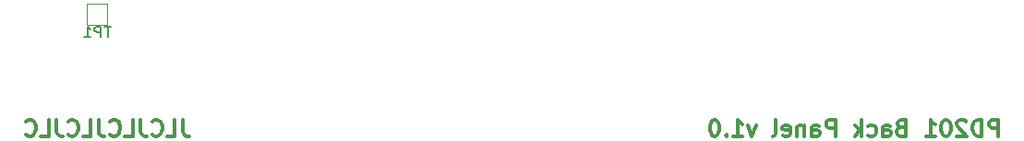
<source format=gbr>
%TF.GenerationSoftware,KiCad,Pcbnew,(6.0.11)*%
%TF.CreationDate,2023-08-23T19:51:56-07:00*%
%TF.ProjectId,miditwiddle-back,6d696469-7477-4696-9464-6c652d626163,rev?*%
%TF.SameCoordinates,PX9157080PY68799b0*%
%TF.FileFunction,Legend,Bot*%
%TF.FilePolarity,Positive*%
%FSLAX46Y46*%
G04 Gerber Fmt 4.6, Leading zero omitted, Abs format (unit mm)*
G04 Created by KiCad (PCBNEW (6.0.11)) date 2023-08-23 19:51:56*
%MOMM*%
%LPD*%
G01*
G04 APERTURE LIST*
%ADD10C,0.300000*%
%ADD11C,0.150000*%
%ADD12C,0.120000*%
G04 APERTURE END LIST*
D10*
X-30247143Y-1718571D02*
X-30247143Y-2790000D01*
X-30175715Y-3004285D01*
X-30032858Y-3147142D01*
X-29818572Y-3218571D01*
X-29675715Y-3218571D01*
X-31675715Y-3218571D02*
X-30961429Y-3218571D01*
X-30961429Y-1718571D01*
X-33032858Y-3075714D02*
X-32961429Y-3147142D01*
X-32747143Y-3218571D01*
X-32604286Y-3218571D01*
X-32390000Y-3147142D01*
X-32247143Y-3004285D01*
X-32175715Y-2861428D01*
X-32104286Y-2575714D01*
X-32104286Y-2361428D01*
X-32175715Y-2075714D01*
X-32247143Y-1932857D01*
X-32390000Y-1790000D01*
X-32604286Y-1718571D01*
X-32747143Y-1718571D01*
X-32961429Y-1790000D01*
X-33032858Y-1861428D01*
X-34104286Y-1718571D02*
X-34104286Y-2790000D01*
X-34032858Y-3004285D01*
X-33890000Y-3147142D01*
X-33675715Y-3218571D01*
X-33532858Y-3218571D01*
X-35532858Y-3218571D02*
X-34818572Y-3218571D01*
X-34818572Y-1718571D01*
X-36890000Y-3075714D02*
X-36818572Y-3147142D01*
X-36604286Y-3218571D01*
X-36461429Y-3218571D01*
X-36247143Y-3147142D01*
X-36104286Y-3004285D01*
X-36032858Y-2861428D01*
X-35961429Y-2575714D01*
X-35961429Y-2361428D01*
X-36032858Y-2075714D01*
X-36104286Y-1932857D01*
X-36247143Y-1790000D01*
X-36461429Y-1718571D01*
X-36604286Y-1718571D01*
X-36818572Y-1790000D01*
X-36890000Y-1861428D01*
X-37961429Y-1718571D02*
X-37961429Y-2790000D01*
X-37890000Y-3004285D01*
X-37747143Y-3147142D01*
X-37532858Y-3218571D01*
X-37390000Y-3218571D01*
X-39390000Y-3218571D02*
X-38675715Y-3218571D01*
X-38675715Y-1718571D01*
X-40747143Y-3075714D02*
X-40675715Y-3147142D01*
X-40461429Y-3218571D01*
X-40318572Y-3218571D01*
X-40104286Y-3147142D01*
X-39961429Y-3004285D01*
X-39890000Y-2861428D01*
X-39818572Y-2575714D01*
X-39818572Y-2361428D01*
X-39890000Y-2075714D01*
X-39961429Y-1932857D01*
X-40104286Y-1790000D01*
X-40318572Y-1718571D01*
X-40461429Y-1718571D01*
X-40675715Y-1790000D01*
X-40747143Y-1861428D01*
X-41818572Y-1718571D02*
X-41818572Y-2790000D01*
X-41747143Y-3004285D01*
X-41604286Y-3147142D01*
X-41390000Y-3218571D01*
X-41247143Y-3218571D01*
X-43247143Y-3218571D02*
X-42532858Y-3218571D01*
X-42532858Y-1718571D01*
X-44604286Y-3075714D02*
X-44532858Y-3147142D01*
X-44318572Y-3218571D01*
X-44175715Y-3218571D01*
X-43961429Y-3147142D01*
X-43818572Y-3004285D01*
X-43747143Y-2861428D01*
X-43675715Y-2575714D01*
X-43675715Y-2361428D01*
X-43747143Y-2075714D01*
X-43818572Y-1932857D01*
X-43961429Y-1790000D01*
X-44175715Y-1718571D01*
X-44318572Y-1718571D01*
X-44532858Y-1790000D01*
X-44604286Y-1861428D01*
X44532857Y-3218571D02*
X44532857Y-1718571D01*
X43961428Y-1718571D01*
X43818571Y-1790000D01*
X43747142Y-1861428D01*
X43675714Y-2004285D01*
X43675714Y-2218571D01*
X43747142Y-2361428D01*
X43818571Y-2432857D01*
X43961428Y-2504285D01*
X44532857Y-2504285D01*
X43032857Y-3218571D02*
X43032857Y-1718571D01*
X42675714Y-1718571D01*
X42461428Y-1790000D01*
X42318571Y-1932857D01*
X42247142Y-2075714D01*
X42175714Y-2361428D01*
X42175714Y-2575714D01*
X42247142Y-2861428D01*
X42318571Y-3004285D01*
X42461428Y-3147142D01*
X42675714Y-3218571D01*
X43032857Y-3218571D01*
X41604285Y-1861428D02*
X41532857Y-1790000D01*
X41390000Y-1718571D01*
X41032857Y-1718571D01*
X40890000Y-1790000D01*
X40818571Y-1861428D01*
X40747142Y-2004285D01*
X40747142Y-2147142D01*
X40818571Y-2361428D01*
X41675714Y-3218571D01*
X40747142Y-3218571D01*
X39818571Y-1718571D02*
X39675714Y-1718571D01*
X39532857Y-1790000D01*
X39461428Y-1861428D01*
X39390000Y-2004285D01*
X39318571Y-2290000D01*
X39318571Y-2647142D01*
X39390000Y-2932857D01*
X39461428Y-3075714D01*
X39532857Y-3147142D01*
X39675714Y-3218571D01*
X39818571Y-3218571D01*
X39961428Y-3147142D01*
X40032857Y-3075714D01*
X40104285Y-2932857D01*
X40175714Y-2647142D01*
X40175714Y-2290000D01*
X40104285Y-2004285D01*
X40032857Y-1861428D01*
X39961428Y-1790000D01*
X39818571Y-1718571D01*
X37890000Y-3218571D02*
X38747142Y-3218571D01*
X38318571Y-3218571D02*
X38318571Y-1718571D01*
X38461428Y-1932857D01*
X38604285Y-2075714D01*
X38747142Y-2147142D01*
X35604285Y-2432857D02*
X35390000Y-2504285D01*
X35318571Y-2575714D01*
X35247142Y-2718571D01*
X35247142Y-2932857D01*
X35318571Y-3075714D01*
X35390000Y-3147142D01*
X35532857Y-3218571D01*
X36104285Y-3218571D01*
X36104285Y-1718571D01*
X35604285Y-1718571D01*
X35461428Y-1790000D01*
X35390000Y-1861428D01*
X35318571Y-2004285D01*
X35318571Y-2147142D01*
X35390000Y-2290000D01*
X35461428Y-2361428D01*
X35604285Y-2432857D01*
X36104285Y-2432857D01*
X33961428Y-3218571D02*
X33961428Y-2432857D01*
X34032857Y-2290000D01*
X34175714Y-2218571D01*
X34461428Y-2218571D01*
X34604285Y-2290000D01*
X33961428Y-3147142D02*
X34104285Y-3218571D01*
X34461428Y-3218571D01*
X34604285Y-3147142D01*
X34675714Y-3004285D01*
X34675714Y-2861428D01*
X34604285Y-2718571D01*
X34461428Y-2647142D01*
X34104285Y-2647142D01*
X33961428Y-2575714D01*
X32604285Y-3147142D02*
X32747142Y-3218571D01*
X33032857Y-3218571D01*
X33175714Y-3147142D01*
X33247142Y-3075714D01*
X33318571Y-2932857D01*
X33318571Y-2504285D01*
X33247142Y-2361428D01*
X33175714Y-2290000D01*
X33032857Y-2218571D01*
X32747142Y-2218571D01*
X32604285Y-2290000D01*
X31961428Y-3218571D02*
X31961428Y-1718571D01*
X31818571Y-2647142D02*
X31390000Y-3218571D01*
X31390000Y-2218571D02*
X31961428Y-2790000D01*
X29604285Y-3218571D02*
X29604285Y-1718571D01*
X29032857Y-1718571D01*
X28890000Y-1790000D01*
X28818571Y-1861428D01*
X28747142Y-2004285D01*
X28747142Y-2218571D01*
X28818571Y-2361428D01*
X28890000Y-2432857D01*
X29032857Y-2504285D01*
X29604285Y-2504285D01*
X27461428Y-3218571D02*
X27461428Y-2432857D01*
X27532857Y-2290000D01*
X27675714Y-2218571D01*
X27961428Y-2218571D01*
X28104285Y-2290000D01*
X27461428Y-3147142D02*
X27604285Y-3218571D01*
X27961428Y-3218571D01*
X28104285Y-3147142D01*
X28175714Y-3004285D01*
X28175714Y-2861428D01*
X28104285Y-2718571D01*
X27961428Y-2647142D01*
X27604285Y-2647142D01*
X27461428Y-2575714D01*
X26747142Y-2218571D02*
X26747142Y-3218571D01*
X26747142Y-2361428D02*
X26675714Y-2290000D01*
X26532857Y-2218571D01*
X26318571Y-2218571D01*
X26175714Y-2290000D01*
X26104285Y-2432857D01*
X26104285Y-3218571D01*
X24818571Y-3147142D02*
X24961428Y-3218571D01*
X25247142Y-3218571D01*
X25390000Y-3147142D01*
X25461428Y-3004285D01*
X25461428Y-2432857D01*
X25390000Y-2290000D01*
X25247142Y-2218571D01*
X24961428Y-2218571D01*
X24818571Y-2290000D01*
X24747142Y-2432857D01*
X24747142Y-2575714D01*
X25461428Y-2718571D01*
X23890000Y-3218571D02*
X24032857Y-3147142D01*
X24104285Y-3004285D01*
X24104285Y-1718571D01*
X22318571Y-2218571D02*
X21961428Y-3218571D01*
X21604285Y-2218571D01*
X20247142Y-3218571D02*
X21104285Y-3218571D01*
X20675714Y-3218571D02*
X20675714Y-1718571D01*
X20818571Y-1932857D01*
X20961428Y-2075714D01*
X21104285Y-2147142D01*
X19604285Y-3075714D02*
X19532857Y-3147142D01*
X19604285Y-3218571D01*
X19675714Y-3147142D01*
X19604285Y-3075714D01*
X19604285Y-3218571D01*
X18604285Y-1718571D02*
X18461428Y-1718571D01*
X18318571Y-1790000D01*
X18247142Y-1861428D01*
X18175714Y-2004285D01*
X18104285Y-2290000D01*
X18104285Y-2647142D01*
X18175714Y-2932857D01*
X18247142Y-3075714D01*
X18318571Y-3147142D01*
X18461428Y-3218571D01*
X18604285Y-3218571D01*
X18747142Y-3147142D01*
X18818571Y-3075714D01*
X18890000Y-2932857D01*
X18961428Y-2647142D01*
X18961428Y-2290000D01*
X18890000Y-2004285D01*
X18818571Y-1861428D01*
X18747142Y-1790000D01*
X18604285Y-1718571D01*
D11*
%TO.C,TP1*%
X-36838096Y6849620D02*
X-37409524Y6849620D01*
X-37123810Y5849620D02*
X-37123810Y6849620D01*
X-37742858Y5849620D02*
X-37742858Y6849620D01*
X-38123810Y6849620D01*
X-38219048Y6802000D01*
X-38266667Y6754381D01*
X-38314286Y6659143D01*
X-38314286Y6516286D01*
X-38266667Y6421048D01*
X-38219048Y6373429D01*
X-38123810Y6325810D01*
X-37742858Y6325810D01*
X-39266667Y5849620D02*
X-38695239Y5849620D01*
X-38980953Y5849620D02*
X-38980953Y6849620D01*
X-38885715Y6706762D01*
X-38790477Y6611524D01*
X-38695239Y6563905D01*
D12*
X-39050000Y7000000D02*
X-37150000Y7000000D01*
X-39050000Y8900000D02*
X-39050000Y7000000D01*
X-37150000Y8900000D02*
X-39050000Y8900000D01*
X-37150000Y7000000D02*
X-37150000Y8900000D01*
%TD*%
M02*

</source>
